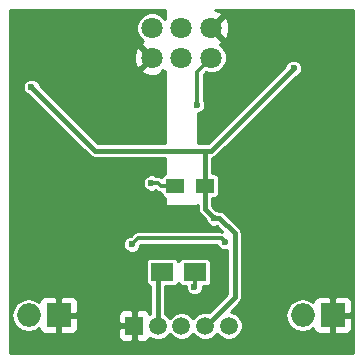
<source format=gbl>
%TF.GenerationSoftware,KiCad,Pcbnew,4.0.4-1.fc24-product*%
%TF.CreationDate,2018-01-15T12:19:21+11:00*%
%TF.ProjectId,A_BND_BUF,415F424E445F4255462E6B696361645F,rev?*%
%TF.FileFunction,Copper,L2,Bot,Signal*%
%FSLAX46Y46*%
G04 Gerber Fmt 4.6, Leading zero omitted, Abs format (unit mm)*
G04 Created by KiCad (PCBNEW 4.0.4-1.fc24-product) date Mon Jan 15 12:19:21 2018*
%MOMM*%
%LPD*%
G01*
G04 APERTURE LIST*
%ADD10C,0.100000*%
%ADD11O,1.998980X1.998980*%
%ADD12R,1.998980X1.998980*%
%ADD13R,1.500000X1.500000*%
%ADD14C,1.500000*%
%ADD15C,1.800000*%
%ADD16R,1.950720X1.501140*%
%ADD17R,1.500000X1.250000*%
%ADD18C,0.600000*%
%ADD19C,0.300000*%
%ADD20C,0.400000*%
%ADD21C,0.254000*%
G04 APERTURE END LIST*
D10*
D11*
X138060000Y-94300000D03*
D12*
X140600000Y-94300000D03*
D11*
X161260000Y-94300000D03*
D12*
X163800000Y-94300000D03*
D13*
X147000000Y-95200000D03*
D14*
X149000000Y-95200000D03*
X151000000Y-95200000D03*
X153000000Y-95200000D03*
X155000000Y-95200000D03*
D15*
X153500000Y-70000000D03*
X151000000Y-70000000D03*
X148500000Y-70000000D03*
X153500000Y-72500000D03*
X151000000Y-72500000D03*
X148500000Y-72500000D03*
D16*
X152124140Y-90650000D03*
X149375860Y-90650000D03*
D17*
X153000000Y-83350000D03*
X150500000Y-83350000D03*
D18*
X152300000Y-76500000D03*
X149600000Y-88900004D03*
X151900000Y-89100004D03*
X160000000Y-89000000D03*
X142250000Y-88750000D03*
X158923600Y-82966300D03*
X142020500Y-83486200D03*
X153800000Y-86100000D03*
X160500000Y-73400000D03*
X138300000Y-75000000D03*
X146800000Y-88300000D03*
X154700000Y-88100000D03*
X152100000Y-91899978D03*
X148463800Y-83111000D03*
D19*
X152300000Y-76075736D02*
X152300000Y-76500000D01*
X152300000Y-73700000D02*
X152300000Y-76075736D01*
X153500000Y-72500000D02*
X152300000Y-73700000D01*
D20*
X149000000Y-95300000D02*
X149000000Y-91025860D01*
X149000000Y-91025860D02*
X149375860Y-90650000D01*
X153500001Y-85800001D02*
X153800000Y-86100000D01*
X153000000Y-83350000D02*
X153000000Y-85300000D01*
X153000000Y-95300000D02*
X155509000Y-92791000D01*
X155509000Y-92791000D02*
X155509000Y-87384736D01*
X154224264Y-86100000D02*
X153800000Y-86100000D01*
X153000000Y-85300000D02*
X153500001Y-85800001D01*
X155509000Y-87384736D02*
X154224264Y-86100000D01*
X160200001Y-73699999D02*
X160500000Y-73400000D01*
X153526000Y-80374000D02*
X160200001Y-73699999D01*
X153126000Y-80374000D02*
X153526000Y-80374000D01*
X143674000Y-80374000D02*
X138300000Y-75000000D01*
X153126000Y-80374000D02*
X143674000Y-80374000D01*
X153000000Y-80500000D02*
X153126000Y-80374000D01*
X153000000Y-83350000D02*
X153000000Y-80500000D01*
D19*
X147099999Y-88000001D02*
X146800000Y-88300000D01*
X154400001Y-87800001D02*
X147299999Y-87800001D01*
X154700000Y-88100000D02*
X154400001Y-87800001D01*
X147299999Y-87800001D02*
X147099999Y-88000001D01*
X152124140Y-91875838D02*
X152100000Y-91899978D01*
X152124140Y-90650000D02*
X152124140Y-91875838D01*
X152124100Y-90650000D02*
X152174100Y-90700000D01*
X149060700Y-83111000D02*
X149299700Y-83350000D01*
X148463800Y-83111000D02*
X149060700Y-83111000D01*
X150500000Y-83350000D02*
X149299700Y-83350000D01*
D21*
G36*
X149573000Y-69196574D02*
X149252666Y-68875681D01*
X148765115Y-68673231D01*
X148237202Y-68672771D01*
X147749297Y-68874369D01*
X147375681Y-69247334D01*
X147173231Y-69734885D01*
X147172771Y-70262798D01*
X147374369Y-70750703D01*
X147747334Y-71124319D01*
X147763696Y-71131113D01*
X147685852Y-71163357D01*
X147599446Y-71419841D01*
X148500000Y-72320395D01*
X148514143Y-72306253D01*
X148693748Y-72485858D01*
X148679605Y-72500000D01*
X148693748Y-72514143D01*
X148514143Y-72693748D01*
X148500000Y-72679605D01*
X147599446Y-73580159D01*
X147685852Y-73836643D01*
X148259336Y-74046458D01*
X148869460Y-74020839D01*
X149314148Y-73836643D01*
X149400553Y-73580161D01*
X149515110Y-73694718D01*
X149573000Y-73636828D01*
X149573000Y-79747000D01*
X143933712Y-79747000D01*
X139016134Y-74829422D01*
X138916680Y-74588725D01*
X138712350Y-74384039D01*
X138445244Y-74273126D01*
X138156025Y-74272874D01*
X137888725Y-74383320D01*
X137684039Y-74587650D01*
X137573126Y-74854756D01*
X137572874Y-75143975D01*
X137683320Y-75411275D01*
X137887650Y-75615961D01*
X138129799Y-75716511D01*
X143230644Y-80817356D01*
X143434058Y-80953273D01*
X143674000Y-81001000D01*
X149573000Y-81001000D01*
X149573000Y-82331483D01*
X149446433Y-82412927D01*
X149348936Y-82555619D01*
X149336921Y-82614948D01*
X149281508Y-82577922D01*
X149060700Y-82533999D01*
X149060695Y-82534000D01*
X148915043Y-82534000D01*
X148876150Y-82495039D01*
X148609044Y-82384126D01*
X148319825Y-82383874D01*
X148052525Y-82494320D01*
X147847839Y-82698650D01*
X147736926Y-82965756D01*
X147736674Y-83254975D01*
X147847120Y-83522275D01*
X148051450Y-83726961D01*
X148318556Y-83837874D01*
X148607775Y-83838126D01*
X148865383Y-83731685D01*
X148891699Y-83758001D01*
X149078892Y-83883078D01*
X149299700Y-83927001D01*
X149299705Y-83927000D01*
X149314635Y-83927000D01*
X149314635Y-83975000D01*
X149344409Y-84133237D01*
X149437927Y-84278567D01*
X149573000Y-84370858D01*
X149573000Y-84900000D01*
X149583006Y-84949410D01*
X149611447Y-84991035D01*
X149653841Y-85018315D01*
X149700000Y-85027000D01*
X152300000Y-85027000D01*
X152349410Y-85016994D01*
X152373000Y-85000876D01*
X152373000Y-85300000D01*
X152420728Y-85539943D01*
X152498705Y-85656644D01*
X152556644Y-85743356D01*
X153083866Y-86270578D01*
X153183320Y-86511275D01*
X153387650Y-86715961D01*
X153654756Y-86826874D01*
X153943975Y-86827126D01*
X154029387Y-86791835D01*
X154475588Y-87238036D01*
X154400001Y-87223000D01*
X154399996Y-87223001D01*
X147300004Y-87223001D01*
X147299999Y-87223000D01*
X147079191Y-87266923D01*
X146891998Y-87392000D01*
X146891996Y-87392003D01*
X146711076Y-87572922D01*
X146656025Y-87572874D01*
X146388725Y-87683320D01*
X146184039Y-87887650D01*
X146073126Y-88154756D01*
X146072874Y-88443975D01*
X146183320Y-88711275D01*
X146387650Y-88915961D01*
X146654756Y-89026874D01*
X146943975Y-89027126D01*
X147211275Y-88916680D01*
X147415961Y-88712350D01*
X147526874Y-88445244D01*
X147526923Y-88389079D01*
X147539001Y-88377001D01*
X154027839Y-88377001D01*
X154083320Y-88511275D01*
X154287650Y-88715961D01*
X154554756Y-88826874D01*
X154843975Y-88827126D01*
X154882000Y-88811414D01*
X154882000Y-92531288D01*
X153344624Y-94068664D01*
X153235147Y-94023205D01*
X152766907Y-94022796D01*
X152334154Y-94201606D01*
X152002770Y-94532412D01*
X152000216Y-94538563D01*
X151998394Y-94534154D01*
X151667588Y-94202770D01*
X151235147Y-94023205D01*
X150766907Y-94022796D01*
X150334154Y-94201606D01*
X150002770Y-94532412D01*
X150000216Y-94538563D01*
X149998394Y-94534154D01*
X149667588Y-94202770D01*
X149627000Y-94185916D01*
X149627000Y-91835935D01*
X150351220Y-91835935D01*
X150509457Y-91806161D01*
X150654787Y-91712643D01*
X150751293Y-91571401D01*
X150836707Y-91704137D01*
X150979399Y-91801634D01*
X151148780Y-91835935D01*
X151373055Y-91835935D01*
X151372874Y-92043953D01*
X151483320Y-92311253D01*
X151687650Y-92515939D01*
X151954756Y-92626852D01*
X152243975Y-92627104D01*
X152511275Y-92516658D01*
X152715961Y-92312328D01*
X152826874Y-92045222D01*
X152827056Y-91835935D01*
X153099500Y-91835935D01*
X153257737Y-91806161D01*
X153403067Y-91712643D01*
X153500564Y-91569951D01*
X153534865Y-91400570D01*
X153534865Y-89899430D01*
X153505091Y-89741193D01*
X153411573Y-89595863D01*
X153268881Y-89498366D01*
X153099500Y-89464065D01*
X151148780Y-89464065D01*
X150990543Y-89493839D01*
X150845213Y-89587357D01*
X150748707Y-89728599D01*
X150663293Y-89595863D01*
X150520601Y-89498366D01*
X150351220Y-89464065D01*
X148400500Y-89464065D01*
X148242263Y-89493839D01*
X148096933Y-89587357D01*
X147999436Y-89730049D01*
X147965135Y-89899430D01*
X147965135Y-91400570D01*
X147994909Y-91558807D01*
X148088427Y-91704137D01*
X148231119Y-91801634D01*
X148373000Y-91830366D01*
X148373000Y-94185555D01*
X148334391Y-94201508D01*
X148288327Y-94090301D01*
X148109698Y-93911673D01*
X147876309Y-93815000D01*
X147285750Y-93815000D01*
X147127000Y-93973750D01*
X147127000Y-95073000D01*
X147147000Y-95073000D01*
X147147000Y-95327000D01*
X147127000Y-95327000D01*
X147127000Y-96426250D01*
X147285750Y-96585000D01*
X147876309Y-96585000D01*
X148109698Y-96488327D01*
X148288327Y-96309699D01*
X148334546Y-96198116D01*
X148764853Y-96376795D01*
X149233093Y-96377204D01*
X149665846Y-96198394D01*
X149997230Y-95867588D01*
X149999784Y-95861437D01*
X150001606Y-95865846D01*
X150332412Y-96197230D01*
X150764853Y-96376795D01*
X151233093Y-96377204D01*
X151665846Y-96198394D01*
X151997230Y-95867588D01*
X151999784Y-95861437D01*
X152001606Y-95865846D01*
X152332412Y-96197230D01*
X152764853Y-96376795D01*
X153233093Y-96377204D01*
X153665846Y-96198394D01*
X153997230Y-95867588D01*
X153999784Y-95861437D01*
X154001606Y-95865846D01*
X154332412Y-96197230D01*
X154764853Y-96376795D01*
X155233093Y-96377204D01*
X155665846Y-96198394D01*
X155997230Y-95867588D01*
X156176795Y-95435147D01*
X156177204Y-94966907D01*
X155998394Y-94534154D01*
X155764649Y-94300000D01*
X159805563Y-94300000D01*
X159914148Y-94845894D01*
X160223372Y-95308681D01*
X160686159Y-95617905D01*
X161232053Y-95726490D01*
X161287947Y-95726490D01*
X161833841Y-95617905D01*
X162165510Y-95396291D01*
X162165510Y-95425800D01*
X162262183Y-95659189D01*
X162440812Y-95837817D01*
X162674201Y-95934490D01*
X163514250Y-95934490D01*
X163673000Y-95775740D01*
X163673000Y-94427000D01*
X163927000Y-94427000D01*
X163927000Y-95775740D01*
X164085750Y-95934490D01*
X164925799Y-95934490D01*
X165159188Y-95837817D01*
X165337817Y-95659189D01*
X165434490Y-95425800D01*
X165434490Y-94585750D01*
X165275740Y-94427000D01*
X163927000Y-94427000D01*
X163673000Y-94427000D01*
X163653000Y-94427000D01*
X163653000Y-94173000D01*
X163673000Y-94173000D01*
X163673000Y-92824260D01*
X163927000Y-92824260D01*
X163927000Y-94173000D01*
X165275740Y-94173000D01*
X165434490Y-94014250D01*
X165434490Y-93174200D01*
X165337817Y-92940811D01*
X165159188Y-92762183D01*
X164925799Y-92665510D01*
X164085750Y-92665510D01*
X163927000Y-92824260D01*
X163673000Y-92824260D01*
X163514250Y-92665510D01*
X162674201Y-92665510D01*
X162440812Y-92762183D01*
X162262183Y-92940811D01*
X162165510Y-93174200D01*
X162165510Y-93203709D01*
X161833841Y-92982095D01*
X161287947Y-92873510D01*
X161232053Y-92873510D01*
X160686159Y-92982095D01*
X160223372Y-93291319D01*
X159914148Y-93754106D01*
X159805563Y-94300000D01*
X155764649Y-94300000D01*
X155667588Y-94202770D01*
X155235147Y-94023205D01*
X155163570Y-94023142D01*
X155952356Y-93234356D01*
X156088273Y-93030942D01*
X156136000Y-92791000D01*
X156136000Y-87384736D01*
X156088272Y-87144793D01*
X155952356Y-86941380D01*
X154667620Y-85656644D01*
X154464207Y-85520728D01*
X154224264Y-85473000D01*
X154185765Y-85473000D01*
X153970201Y-85383489D01*
X153627000Y-85040288D01*
X153627000Y-84410365D01*
X153750000Y-84410365D01*
X153908237Y-84380591D01*
X154053567Y-84287073D01*
X154151064Y-84144381D01*
X154185365Y-83975000D01*
X154185365Y-82725000D01*
X154155591Y-82566763D01*
X154062073Y-82421433D01*
X153919381Y-82323936D01*
X153750000Y-82289635D01*
X153627000Y-82289635D01*
X153627000Y-80980910D01*
X153765943Y-80953272D01*
X153969356Y-80817356D01*
X160670578Y-74116134D01*
X160911275Y-74016680D01*
X161115961Y-73812350D01*
X161226874Y-73545244D01*
X161227126Y-73256025D01*
X161116680Y-72988725D01*
X160912350Y-72784039D01*
X160645244Y-72673126D01*
X160356025Y-72672874D01*
X160088725Y-72783320D01*
X159884039Y-72987650D01*
X159783489Y-73229799D01*
X153266288Y-79747000D01*
X152427000Y-79747000D01*
X152427000Y-77227111D01*
X152443975Y-77227126D01*
X152711275Y-77116680D01*
X152915961Y-76912350D01*
X153026874Y-76645244D01*
X153027126Y-76356025D01*
X152916680Y-76088725D01*
X152877000Y-76048976D01*
X152877000Y-73939002D01*
X153061308Y-73754693D01*
X153234885Y-73826769D01*
X153762798Y-73827229D01*
X154250703Y-73625631D01*
X154624319Y-73252666D01*
X154826769Y-72765115D01*
X154827229Y-72237202D01*
X154625631Y-71749297D01*
X154252666Y-71375681D01*
X154236304Y-71368887D01*
X154314148Y-71336643D01*
X154400554Y-71080159D01*
X153500000Y-70179605D01*
X153485858Y-70193748D01*
X153306253Y-70014143D01*
X153320395Y-70000000D01*
X153679605Y-70000000D01*
X154580159Y-70900554D01*
X154836643Y-70814148D01*
X155046458Y-70240664D01*
X155020839Y-69630540D01*
X154836643Y-69185852D01*
X154580159Y-69099446D01*
X153679605Y-70000000D01*
X153320395Y-70000000D01*
X153306253Y-69985858D01*
X153485858Y-69806253D01*
X153500000Y-69820395D01*
X154400554Y-68919841D01*
X154314148Y-68663357D01*
X153873113Y-68502000D01*
X165498000Y-68502000D01*
X165498000Y-97498000D01*
X136502000Y-97498000D01*
X136502000Y-94300000D01*
X136605563Y-94300000D01*
X136714148Y-94845894D01*
X137023372Y-95308681D01*
X137486159Y-95617905D01*
X138032053Y-95726490D01*
X138087947Y-95726490D01*
X138633841Y-95617905D01*
X138965510Y-95396291D01*
X138965510Y-95425800D01*
X139062183Y-95659189D01*
X139240812Y-95837817D01*
X139474201Y-95934490D01*
X140314250Y-95934490D01*
X140473000Y-95775740D01*
X140473000Y-94427000D01*
X140727000Y-94427000D01*
X140727000Y-95775740D01*
X140885750Y-95934490D01*
X141725799Y-95934490D01*
X141959188Y-95837817D01*
X142137817Y-95659189D01*
X142209657Y-95485750D01*
X145615000Y-95485750D01*
X145615000Y-96076310D01*
X145711673Y-96309699D01*
X145890302Y-96488327D01*
X146123691Y-96585000D01*
X146714250Y-96585000D01*
X146873000Y-96426250D01*
X146873000Y-95327000D01*
X145773750Y-95327000D01*
X145615000Y-95485750D01*
X142209657Y-95485750D01*
X142234490Y-95425800D01*
X142234490Y-94585750D01*
X142075740Y-94427000D01*
X140727000Y-94427000D01*
X140473000Y-94427000D01*
X140453000Y-94427000D01*
X140453000Y-94323690D01*
X145615000Y-94323690D01*
X145615000Y-94914250D01*
X145773750Y-95073000D01*
X146873000Y-95073000D01*
X146873000Y-93973750D01*
X146714250Y-93815000D01*
X146123691Y-93815000D01*
X145890302Y-93911673D01*
X145711673Y-94090301D01*
X145615000Y-94323690D01*
X140453000Y-94323690D01*
X140453000Y-94173000D01*
X140473000Y-94173000D01*
X140473000Y-92824260D01*
X140727000Y-92824260D01*
X140727000Y-94173000D01*
X142075740Y-94173000D01*
X142234490Y-94014250D01*
X142234490Y-93174200D01*
X142137817Y-92940811D01*
X141959188Y-92762183D01*
X141725799Y-92665510D01*
X140885750Y-92665510D01*
X140727000Y-92824260D01*
X140473000Y-92824260D01*
X140314250Y-92665510D01*
X139474201Y-92665510D01*
X139240812Y-92762183D01*
X139062183Y-92940811D01*
X138965510Y-93174200D01*
X138965510Y-93203709D01*
X138633841Y-92982095D01*
X138087947Y-92873510D01*
X138032053Y-92873510D01*
X137486159Y-92982095D01*
X137023372Y-93291319D01*
X136714148Y-93754106D01*
X136605563Y-94300000D01*
X136502000Y-94300000D01*
X136502000Y-72259336D01*
X146953542Y-72259336D01*
X146979161Y-72869460D01*
X147163357Y-73314148D01*
X147419841Y-73400554D01*
X148320395Y-72500000D01*
X147419841Y-71599446D01*
X147163357Y-71685852D01*
X146953542Y-72259336D01*
X136502000Y-72259336D01*
X136502000Y-68502000D01*
X149573000Y-68502000D01*
X149573000Y-69196574D01*
X149573000Y-69196574D01*
G37*
X149573000Y-69196574D02*
X149252666Y-68875681D01*
X148765115Y-68673231D01*
X148237202Y-68672771D01*
X147749297Y-68874369D01*
X147375681Y-69247334D01*
X147173231Y-69734885D01*
X147172771Y-70262798D01*
X147374369Y-70750703D01*
X147747334Y-71124319D01*
X147763696Y-71131113D01*
X147685852Y-71163357D01*
X147599446Y-71419841D01*
X148500000Y-72320395D01*
X148514143Y-72306253D01*
X148693748Y-72485858D01*
X148679605Y-72500000D01*
X148693748Y-72514143D01*
X148514143Y-72693748D01*
X148500000Y-72679605D01*
X147599446Y-73580159D01*
X147685852Y-73836643D01*
X148259336Y-74046458D01*
X148869460Y-74020839D01*
X149314148Y-73836643D01*
X149400553Y-73580161D01*
X149515110Y-73694718D01*
X149573000Y-73636828D01*
X149573000Y-79747000D01*
X143933712Y-79747000D01*
X139016134Y-74829422D01*
X138916680Y-74588725D01*
X138712350Y-74384039D01*
X138445244Y-74273126D01*
X138156025Y-74272874D01*
X137888725Y-74383320D01*
X137684039Y-74587650D01*
X137573126Y-74854756D01*
X137572874Y-75143975D01*
X137683320Y-75411275D01*
X137887650Y-75615961D01*
X138129799Y-75716511D01*
X143230644Y-80817356D01*
X143434058Y-80953273D01*
X143674000Y-81001000D01*
X149573000Y-81001000D01*
X149573000Y-82331483D01*
X149446433Y-82412927D01*
X149348936Y-82555619D01*
X149336921Y-82614948D01*
X149281508Y-82577922D01*
X149060700Y-82533999D01*
X149060695Y-82534000D01*
X148915043Y-82534000D01*
X148876150Y-82495039D01*
X148609044Y-82384126D01*
X148319825Y-82383874D01*
X148052525Y-82494320D01*
X147847839Y-82698650D01*
X147736926Y-82965756D01*
X147736674Y-83254975D01*
X147847120Y-83522275D01*
X148051450Y-83726961D01*
X148318556Y-83837874D01*
X148607775Y-83838126D01*
X148865383Y-83731685D01*
X148891699Y-83758001D01*
X149078892Y-83883078D01*
X149299700Y-83927001D01*
X149299705Y-83927000D01*
X149314635Y-83927000D01*
X149314635Y-83975000D01*
X149344409Y-84133237D01*
X149437927Y-84278567D01*
X149573000Y-84370858D01*
X149573000Y-84900000D01*
X149583006Y-84949410D01*
X149611447Y-84991035D01*
X149653841Y-85018315D01*
X149700000Y-85027000D01*
X152300000Y-85027000D01*
X152349410Y-85016994D01*
X152373000Y-85000876D01*
X152373000Y-85300000D01*
X152420728Y-85539943D01*
X152498705Y-85656644D01*
X152556644Y-85743356D01*
X153083866Y-86270578D01*
X153183320Y-86511275D01*
X153387650Y-86715961D01*
X153654756Y-86826874D01*
X153943975Y-86827126D01*
X154029387Y-86791835D01*
X154475588Y-87238036D01*
X154400001Y-87223000D01*
X154399996Y-87223001D01*
X147300004Y-87223001D01*
X147299999Y-87223000D01*
X147079191Y-87266923D01*
X146891998Y-87392000D01*
X146891996Y-87392003D01*
X146711076Y-87572922D01*
X146656025Y-87572874D01*
X146388725Y-87683320D01*
X146184039Y-87887650D01*
X146073126Y-88154756D01*
X146072874Y-88443975D01*
X146183320Y-88711275D01*
X146387650Y-88915961D01*
X146654756Y-89026874D01*
X146943975Y-89027126D01*
X147211275Y-88916680D01*
X147415961Y-88712350D01*
X147526874Y-88445244D01*
X147526923Y-88389079D01*
X147539001Y-88377001D01*
X154027839Y-88377001D01*
X154083320Y-88511275D01*
X154287650Y-88715961D01*
X154554756Y-88826874D01*
X154843975Y-88827126D01*
X154882000Y-88811414D01*
X154882000Y-92531288D01*
X153344624Y-94068664D01*
X153235147Y-94023205D01*
X152766907Y-94022796D01*
X152334154Y-94201606D01*
X152002770Y-94532412D01*
X152000216Y-94538563D01*
X151998394Y-94534154D01*
X151667588Y-94202770D01*
X151235147Y-94023205D01*
X150766907Y-94022796D01*
X150334154Y-94201606D01*
X150002770Y-94532412D01*
X150000216Y-94538563D01*
X149998394Y-94534154D01*
X149667588Y-94202770D01*
X149627000Y-94185916D01*
X149627000Y-91835935D01*
X150351220Y-91835935D01*
X150509457Y-91806161D01*
X150654787Y-91712643D01*
X150751293Y-91571401D01*
X150836707Y-91704137D01*
X150979399Y-91801634D01*
X151148780Y-91835935D01*
X151373055Y-91835935D01*
X151372874Y-92043953D01*
X151483320Y-92311253D01*
X151687650Y-92515939D01*
X151954756Y-92626852D01*
X152243975Y-92627104D01*
X152511275Y-92516658D01*
X152715961Y-92312328D01*
X152826874Y-92045222D01*
X152827056Y-91835935D01*
X153099500Y-91835935D01*
X153257737Y-91806161D01*
X153403067Y-91712643D01*
X153500564Y-91569951D01*
X153534865Y-91400570D01*
X153534865Y-89899430D01*
X153505091Y-89741193D01*
X153411573Y-89595863D01*
X153268881Y-89498366D01*
X153099500Y-89464065D01*
X151148780Y-89464065D01*
X150990543Y-89493839D01*
X150845213Y-89587357D01*
X150748707Y-89728599D01*
X150663293Y-89595863D01*
X150520601Y-89498366D01*
X150351220Y-89464065D01*
X148400500Y-89464065D01*
X148242263Y-89493839D01*
X148096933Y-89587357D01*
X147999436Y-89730049D01*
X147965135Y-89899430D01*
X147965135Y-91400570D01*
X147994909Y-91558807D01*
X148088427Y-91704137D01*
X148231119Y-91801634D01*
X148373000Y-91830366D01*
X148373000Y-94185555D01*
X148334391Y-94201508D01*
X148288327Y-94090301D01*
X148109698Y-93911673D01*
X147876309Y-93815000D01*
X147285750Y-93815000D01*
X147127000Y-93973750D01*
X147127000Y-95073000D01*
X147147000Y-95073000D01*
X147147000Y-95327000D01*
X147127000Y-95327000D01*
X147127000Y-96426250D01*
X147285750Y-96585000D01*
X147876309Y-96585000D01*
X148109698Y-96488327D01*
X148288327Y-96309699D01*
X148334546Y-96198116D01*
X148764853Y-96376795D01*
X149233093Y-96377204D01*
X149665846Y-96198394D01*
X149997230Y-95867588D01*
X149999784Y-95861437D01*
X150001606Y-95865846D01*
X150332412Y-96197230D01*
X150764853Y-96376795D01*
X151233093Y-96377204D01*
X151665846Y-96198394D01*
X151997230Y-95867588D01*
X151999784Y-95861437D01*
X152001606Y-95865846D01*
X152332412Y-96197230D01*
X152764853Y-96376795D01*
X153233093Y-96377204D01*
X153665846Y-96198394D01*
X153997230Y-95867588D01*
X153999784Y-95861437D01*
X154001606Y-95865846D01*
X154332412Y-96197230D01*
X154764853Y-96376795D01*
X155233093Y-96377204D01*
X155665846Y-96198394D01*
X155997230Y-95867588D01*
X156176795Y-95435147D01*
X156177204Y-94966907D01*
X155998394Y-94534154D01*
X155764649Y-94300000D01*
X159805563Y-94300000D01*
X159914148Y-94845894D01*
X160223372Y-95308681D01*
X160686159Y-95617905D01*
X161232053Y-95726490D01*
X161287947Y-95726490D01*
X161833841Y-95617905D01*
X162165510Y-95396291D01*
X162165510Y-95425800D01*
X162262183Y-95659189D01*
X162440812Y-95837817D01*
X162674201Y-95934490D01*
X163514250Y-95934490D01*
X163673000Y-95775740D01*
X163673000Y-94427000D01*
X163927000Y-94427000D01*
X163927000Y-95775740D01*
X164085750Y-95934490D01*
X164925799Y-95934490D01*
X165159188Y-95837817D01*
X165337817Y-95659189D01*
X165434490Y-95425800D01*
X165434490Y-94585750D01*
X165275740Y-94427000D01*
X163927000Y-94427000D01*
X163673000Y-94427000D01*
X163653000Y-94427000D01*
X163653000Y-94173000D01*
X163673000Y-94173000D01*
X163673000Y-92824260D01*
X163927000Y-92824260D01*
X163927000Y-94173000D01*
X165275740Y-94173000D01*
X165434490Y-94014250D01*
X165434490Y-93174200D01*
X165337817Y-92940811D01*
X165159188Y-92762183D01*
X164925799Y-92665510D01*
X164085750Y-92665510D01*
X163927000Y-92824260D01*
X163673000Y-92824260D01*
X163514250Y-92665510D01*
X162674201Y-92665510D01*
X162440812Y-92762183D01*
X162262183Y-92940811D01*
X162165510Y-93174200D01*
X162165510Y-93203709D01*
X161833841Y-92982095D01*
X161287947Y-92873510D01*
X161232053Y-92873510D01*
X160686159Y-92982095D01*
X160223372Y-93291319D01*
X159914148Y-93754106D01*
X159805563Y-94300000D01*
X155764649Y-94300000D01*
X155667588Y-94202770D01*
X155235147Y-94023205D01*
X155163570Y-94023142D01*
X155952356Y-93234356D01*
X156088273Y-93030942D01*
X156136000Y-92791000D01*
X156136000Y-87384736D01*
X156088272Y-87144793D01*
X155952356Y-86941380D01*
X154667620Y-85656644D01*
X154464207Y-85520728D01*
X154224264Y-85473000D01*
X154185765Y-85473000D01*
X153970201Y-85383489D01*
X153627000Y-85040288D01*
X153627000Y-84410365D01*
X153750000Y-84410365D01*
X153908237Y-84380591D01*
X154053567Y-84287073D01*
X154151064Y-84144381D01*
X154185365Y-83975000D01*
X154185365Y-82725000D01*
X154155591Y-82566763D01*
X154062073Y-82421433D01*
X153919381Y-82323936D01*
X153750000Y-82289635D01*
X153627000Y-82289635D01*
X153627000Y-80980910D01*
X153765943Y-80953272D01*
X153969356Y-80817356D01*
X160670578Y-74116134D01*
X160911275Y-74016680D01*
X161115961Y-73812350D01*
X161226874Y-73545244D01*
X161227126Y-73256025D01*
X161116680Y-72988725D01*
X160912350Y-72784039D01*
X160645244Y-72673126D01*
X160356025Y-72672874D01*
X160088725Y-72783320D01*
X159884039Y-72987650D01*
X159783489Y-73229799D01*
X153266288Y-79747000D01*
X152427000Y-79747000D01*
X152427000Y-77227111D01*
X152443975Y-77227126D01*
X152711275Y-77116680D01*
X152915961Y-76912350D01*
X153026874Y-76645244D01*
X153027126Y-76356025D01*
X152916680Y-76088725D01*
X152877000Y-76048976D01*
X152877000Y-73939002D01*
X153061308Y-73754693D01*
X153234885Y-73826769D01*
X153762798Y-73827229D01*
X154250703Y-73625631D01*
X154624319Y-73252666D01*
X154826769Y-72765115D01*
X154827229Y-72237202D01*
X154625631Y-71749297D01*
X154252666Y-71375681D01*
X154236304Y-71368887D01*
X154314148Y-71336643D01*
X154400554Y-71080159D01*
X153500000Y-70179605D01*
X153485858Y-70193748D01*
X153306253Y-70014143D01*
X153320395Y-70000000D01*
X153679605Y-70000000D01*
X154580159Y-70900554D01*
X154836643Y-70814148D01*
X155046458Y-70240664D01*
X155020839Y-69630540D01*
X154836643Y-69185852D01*
X154580159Y-69099446D01*
X153679605Y-70000000D01*
X153320395Y-70000000D01*
X153306253Y-69985858D01*
X153485858Y-69806253D01*
X153500000Y-69820395D01*
X154400554Y-68919841D01*
X154314148Y-68663357D01*
X153873113Y-68502000D01*
X165498000Y-68502000D01*
X165498000Y-97498000D01*
X136502000Y-97498000D01*
X136502000Y-94300000D01*
X136605563Y-94300000D01*
X136714148Y-94845894D01*
X137023372Y-95308681D01*
X137486159Y-95617905D01*
X138032053Y-95726490D01*
X138087947Y-95726490D01*
X138633841Y-95617905D01*
X138965510Y-95396291D01*
X138965510Y-95425800D01*
X139062183Y-95659189D01*
X139240812Y-95837817D01*
X139474201Y-95934490D01*
X140314250Y-95934490D01*
X140473000Y-95775740D01*
X140473000Y-94427000D01*
X140727000Y-94427000D01*
X140727000Y-95775740D01*
X140885750Y-95934490D01*
X141725799Y-95934490D01*
X141959188Y-95837817D01*
X142137817Y-95659189D01*
X142209657Y-95485750D01*
X145615000Y-95485750D01*
X145615000Y-96076310D01*
X145711673Y-96309699D01*
X145890302Y-96488327D01*
X146123691Y-96585000D01*
X146714250Y-96585000D01*
X146873000Y-96426250D01*
X146873000Y-95327000D01*
X145773750Y-95327000D01*
X145615000Y-95485750D01*
X142209657Y-95485750D01*
X142234490Y-95425800D01*
X142234490Y-94585750D01*
X142075740Y-94427000D01*
X140727000Y-94427000D01*
X140473000Y-94427000D01*
X140453000Y-94427000D01*
X140453000Y-94323690D01*
X145615000Y-94323690D01*
X145615000Y-94914250D01*
X145773750Y-95073000D01*
X146873000Y-95073000D01*
X146873000Y-93973750D01*
X146714250Y-93815000D01*
X146123691Y-93815000D01*
X145890302Y-93911673D01*
X145711673Y-94090301D01*
X145615000Y-94323690D01*
X140453000Y-94323690D01*
X140453000Y-94173000D01*
X140473000Y-94173000D01*
X140473000Y-92824260D01*
X140727000Y-92824260D01*
X140727000Y-94173000D01*
X142075740Y-94173000D01*
X142234490Y-94014250D01*
X142234490Y-93174200D01*
X142137817Y-92940811D01*
X141959188Y-92762183D01*
X141725799Y-92665510D01*
X140885750Y-92665510D01*
X140727000Y-92824260D01*
X140473000Y-92824260D01*
X140314250Y-92665510D01*
X139474201Y-92665510D01*
X139240812Y-92762183D01*
X139062183Y-92940811D01*
X138965510Y-93174200D01*
X138965510Y-93203709D01*
X138633841Y-92982095D01*
X138087947Y-92873510D01*
X138032053Y-92873510D01*
X137486159Y-92982095D01*
X137023372Y-93291319D01*
X136714148Y-93754106D01*
X136605563Y-94300000D01*
X136502000Y-94300000D01*
X136502000Y-72259336D01*
X146953542Y-72259336D01*
X146979161Y-72869460D01*
X147163357Y-73314148D01*
X147419841Y-73400554D01*
X148320395Y-72500000D01*
X147419841Y-71599446D01*
X147163357Y-71685852D01*
X146953542Y-72259336D01*
X136502000Y-72259336D01*
X136502000Y-68502000D01*
X149573000Y-68502000D01*
X149573000Y-69196574D01*
M02*

</source>
